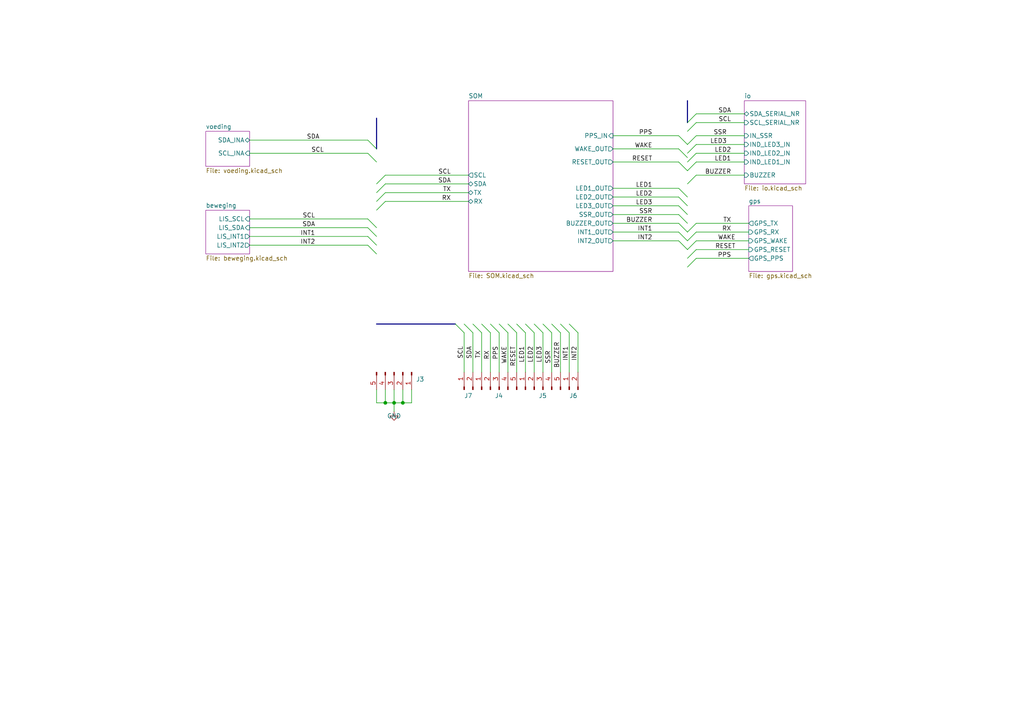
<source format=kicad_sch>
(kicad_sch (version 20210406) (generator eeschema)
  (paper "A4")
  (lib_symbols
    (symbol "Connector:Conn_01x02_Male" (pin_names (offset 1.016) hide)
      (property "Reference" "J" (at 0 2.54 0))
      (property "Value" "Conn_01x02_Male" (at 0 -5.08 0))
      (symbol "Conn_01x02_Male_1_1"
        (rectangle (start 0.8636 -2.413) (end 0 -2.667) (stroke (width 0.1524)) (fill (type outline)))
        (rectangle (start 0.8636 0.127) (end 0 -0.127) (stroke (width 0.1524)) (fill (type outline)))
        (polyline (pts (xy 1.27 -2.54) (xy 0.8636 -2.54)) (stroke (width 0.1524)))
        (polyline (pts (xy 1.27 0) (xy 0.8636 0)) (stroke (width 0.1524)))
        (pin passive line (at 5.08 0 180) (length 3.81) (name "Pin_1") (number "1"))
        (pin passive line (at 5.08 -2.54 180) (length 3.81) (name "Pin_2") (number "2"))
      )
    )
    (symbol "Connector:Conn_01x05_Male" (pin_names (offset 1.016) hide)
      (property "Reference" "J" (at 0 7.62 0))
      (property "Value" "Conn_01x05_Male" (at 0 -7.62 0))
      (symbol "Conn_01x05_Male_1_1"
        (rectangle (start 0.8636 -4.953) (end 0 -5.207) (stroke (width 0.1524)) (fill (type outline)))
        (rectangle (start 0.8636 -2.413) (end 0 -2.667) (stroke (width 0.1524)) (fill (type outline)))
        (rectangle (start 0.8636 0.127) (end 0 -0.127) (stroke (width 0.1524)) (fill (type outline)))
        (rectangle (start 0.8636 2.667) (end 0 2.413) (stroke (width 0.1524)) (fill (type outline)))
        (rectangle (start 0.8636 5.207) (end 0 4.953) (stroke (width 0.1524)) (fill (type outline)))
        (polyline (pts (xy 1.27 -5.08) (xy 0.8636 -5.08)) (stroke (width 0.1524)))
        (polyline (pts (xy 1.27 -2.54) (xy 0.8636 -2.54)) (stroke (width 0.1524)))
        (polyline (pts (xy 1.27 0) (xy 0.8636 0)) (stroke (width 0.1524)))
        (polyline (pts (xy 1.27 2.54) (xy 0.8636 2.54)) (stroke (width 0.1524)))
        (polyline (pts (xy 1.27 5.08) (xy 0.8636 5.08)) (stroke (width 0.1524)))
        (pin passive line (at 5.08 5.08 180) (length 3.81) (name "Pin_1") (number "1"))
        (pin passive line (at 5.08 2.54 180) (length 3.81) (name "Pin_2") (number "2"))
        (pin passive line (at 5.08 0 180) (length 3.81) (name "Pin_3") (number "3"))
        (pin passive line (at 5.08 -2.54 180) (length 3.81) (name "Pin_4") (number "4"))
        (pin passive line (at 5.08 -5.08 180) (length 3.81) (name "Pin_5") (number "5"))
      )
    )
    (symbol "power:GND" (power) (pin_names (offset 0))
      (property "Value" "GND" (at 0 -3.81 0))
      (symbol "GND_0_1"
        (polyline (pts (xy 0 0) (xy 0 -1.27) (xy 1.27 -1.27) (xy 0 -2.54) (xy -1.27 -1.27) (xy 0 -1.27)))
      )
      (symbol "GND_1_1"
        (pin power_in line (at 0 0 270) (length 0) hide (name "GND") (number "1"))
      )
    )
  )
  (junction (at 111.76 116.84) (diameter 0.9144))
  (junction (at 114.3 116.84) (diameter 0.9144))
  (junction (at 116.84 116.84) (diameter 0.9144))
  (bus_entry (at 106.68 40.64) (size 2.54 2.54) (stroke (width 0.1524)))
  (bus_entry (at 106.68 44.45) (size 2.54 2.54) (stroke (width 0.1524)))
  (bus_entry (at 106.68 63.5) (size 2.54 2.54) (stroke (width 0.1524)))
  (bus_entry (at 106.68 66.04) (size 2.54 2.54) (stroke (width 0.1524)))
  (bus_entry (at 106.68 68.58) (size 2.54 2.54) (stroke (width 0.1524)))
  (bus_entry (at 106.68 71.12) (size 2.54 2.54) (stroke (width 0.1524)))
  (bus_entry (at 109.22 53.34) (size 2.54 -2.54) (stroke (width 0.1524)))
  (bus_entry (at 109.22 55.88) (size 2.54 -2.54) (stroke (width 0.1524)))
  (bus_entry (at 109.22 58.42) (size 2.54 -2.54) (stroke (width 0.1524)))
  (bus_entry (at 109.22 60.96) (size 2.54 -2.54) (stroke (width 0.1524)))
  (bus_entry (at 132.08 93.98) (size 2.54 2.54) (stroke (width 0.1524)))
  (bus_entry (at 134.62 93.98) (size 2.54 2.54) (stroke (width 0.1524)))
  (bus_entry (at 137.16 93.98) (size 2.54 2.54) (stroke (width 0.1524)))
  (bus_entry (at 139.7 93.98) (size 2.54 2.54) (stroke (width 0.1524)))
  (bus_entry (at 142.24 93.98) (size 2.54 2.54) (stroke (width 0.1524)))
  (bus_entry (at 144.78 93.98) (size 2.54 2.54) (stroke (width 0.1524)))
  (bus_entry (at 147.32 93.98) (size 2.54 2.54) (stroke (width 0.1524)))
  (bus_entry (at 149.86 93.98) (size 2.54 2.54) (stroke (width 0.1524)))
  (bus_entry (at 152.4 93.98) (size 2.54 2.54) (stroke (width 0.1524)))
  (bus_entry (at 154.94 93.98) (size 2.54 2.54) (stroke (width 0.1524)))
  (bus_entry (at 157.48 93.98) (size 2.54 2.54) (stroke (width 0.1524)))
  (bus_entry (at 160.02 93.98) (size 2.54 2.54) (stroke (width 0.1524)))
  (bus_entry (at 162.56 93.98) (size 2.54 2.54) (stroke (width 0.1524)))
  (bus_entry (at 165.1 93.98) (size 2.54 2.54) (stroke (width 0.1524)))
  (bus_entry (at 196.85 39.37) (size 2.54 2.54) (stroke (width 0.1524)))
  (bus_entry (at 196.85 43.18) (size 2.54 2.54) (stroke (width 0.1524)))
  (bus_entry (at 196.85 46.99) (size 2.54 2.54) (stroke (width 0.1524)))
  (bus_entry (at 196.85 54.61) (size 2.54 2.54) (stroke (width 0.1524)))
  (bus_entry (at 196.85 57.15) (size 2.54 2.54) (stroke (width 0.1524)))
  (bus_entry (at 196.85 59.69) (size 2.54 2.54) (stroke (width 0.1524)))
  (bus_entry (at 196.85 62.23) (size 2.54 2.54) (stroke (width 0.1524)))
  (bus_entry (at 196.85 64.77) (size 2.54 2.54) (stroke (width 0.1524)))
  (bus_entry (at 196.85 67.31) (size 2.54 2.54) (stroke (width 0.1524)))
  (bus_entry (at 196.85 69.85) (size 2.54 2.54) (stroke (width 0.1524)))
  (bus_entry (at 199.39 35.56) (size 2.54 -2.54) (stroke (width 0.1524)))
  (bus_entry (at 199.39 38.1) (size 2.54 -2.54) (stroke (width 0.1524)))
  (bus_entry (at 199.39 41.91) (size 2.54 -2.54) (stroke (width 0.1524)))
  (bus_entry (at 199.39 44.45) (size 2.54 -2.54) (stroke (width 0.1524)))
  (bus_entry (at 199.39 46.99) (size 2.54 -2.54) (stroke (width 0.1524)))
  (bus_entry (at 199.39 49.53) (size 2.54 -2.54) (stroke (width 0.1524)))
  (bus_entry (at 199.39 53.34) (size 2.54 -2.54) (stroke (width 0.1524)))
  (bus_entry (at 199.39 67.31) (size 2.54 -2.54) (stroke (width 0.1524)))
  (bus_entry (at 199.39 69.85) (size 2.54 -2.54) (stroke (width 0.1524)))
  (bus_entry (at 199.39 72.39) (size 2.54 -2.54) (stroke (width 0.1524)))
  (bus_entry (at 199.39 74.93) (size 2.54 -2.54) (stroke (width 0.1524)))
  (bus_entry (at 199.39 77.47) (size 2.54 -2.54) (stroke (width 0.1524)))
  (wire (pts (xy 72.39 40.64) (xy 106.68 40.64)))
  (wire (pts (xy 72.39 44.45) (xy 106.68 44.45)))
  (wire (pts (xy 72.39 63.5) (xy 106.68 63.5)))
  (wire (pts (xy 72.39 66.04) (xy 106.68 66.04)))
  (wire (pts (xy 72.39 68.58) (xy 106.68 68.58)))
  (wire (pts (xy 72.39 71.12) (xy 106.68 71.12)))
  (wire (pts (xy 109.22 113.03) (xy 109.22 116.84)))
  (wire (pts (xy 109.22 116.84) (xy 111.76 116.84)))
  (wire (pts (xy 111.76 50.8) (xy 135.89 50.8)))
  (wire (pts (xy 111.76 53.34) (xy 135.89 53.34)))
  (wire (pts (xy 111.76 55.88) (xy 135.89 55.88)))
  (wire (pts (xy 111.76 58.42) (xy 135.89 58.42)))
  (wire (pts (xy 111.76 113.03) (xy 111.76 116.84)))
  (wire (pts (xy 111.76 116.84) (xy 114.3 116.84)))
  (wire (pts (xy 114.3 113.03) (xy 114.3 116.84)))
  (wire (pts (xy 114.3 116.84) (xy 114.3 119.38)))
  (wire (pts (xy 114.3 116.84) (xy 116.84 116.84)))
  (wire (pts (xy 116.84 113.03) (xy 116.84 116.84)))
  (wire (pts (xy 116.84 116.84) (xy 119.38 116.84)))
  (wire (pts (xy 119.38 116.84) (xy 119.38 113.03)))
  (wire (pts (xy 134.62 96.52) (xy 134.62 107.95)))
  (wire (pts (xy 137.16 96.52) (xy 137.16 107.95)))
  (wire (pts (xy 139.7 96.52) (xy 139.7 107.95)))
  (wire (pts (xy 142.24 96.52) (xy 142.24 107.95)))
  (wire (pts (xy 144.78 96.52) (xy 144.78 107.95)))
  (wire (pts (xy 147.32 96.52) (xy 147.32 107.95)))
  (wire (pts (xy 149.86 96.52) (xy 149.86 107.95)))
  (wire (pts (xy 152.4 96.52) (xy 152.4 107.95)))
  (wire (pts (xy 154.94 96.52) (xy 154.94 107.95)))
  (wire (pts (xy 157.48 96.52) (xy 157.48 107.95)))
  (wire (pts (xy 160.02 96.52) (xy 160.02 107.95)))
  (wire (pts (xy 162.56 96.52) (xy 162.56 107.95)))
  (wire (pts (xy 165.1 96.52) (xy 165.1 107.95)))
  (wire (pts (xy 167.64 96.52) (xy 167.64 107.95)))
  (wire (pts (xy 177.8 39.37) (xy 196.85 39.37)))
  (wire (pts (xy 177.8 43.18) (xy 196.85 43.18)))
  (wire (pts (xy 177.8 46.99) (xy 196.85 46.99)))
  (wire (pts (xy 177.8 54.61) (xy 196.85 54.61)))
  (wire (pts (xy 177.8 57.15) (xy 196.85 57.15)))
  (wire (pts (xy 177.8 59.69) (xy 196.85 59.69)))
  (wire (pts (xy 177.8 62.23) (xy 196.85 62.23)))
  (wire (pts (xy 177.8 64.77) (xy 196.85 64.77)))
  (wire (pts (xy 177.8 67.31) (xy 196.85 67.31)))
  (wire (pts (xy 177.8 69.85) (xy 196.85 69.85)))
  (wire (pts (xy 201.93 33.02) (xy 215.9 33.02)))
  (wire (pts (xy 201.93 35.56) (xy 215.9 35.56)))
  (wire (pts (xy 201.93 39.37) (xy 215.9 39.37)))
  (wire (pts (xy 201.93 41.91) (xy 215.9 41.91)))
  (wire (pts (xy 201.93 44.45) (xy 215.9 44.45)))
  (wire (pts (xy 201.93 46.99) (xy 215.9 46.99)))
  (wire (pts (xy 201.93 50.8) (xy 215.9 50.8)))
  (wire (pts (xy 201.93 64.77) (xy 217.17 64.77)))
  (wire (pts (xy 201.93 67.31) (xy 217.17 67.31)))
  (wire (pts (xy 201.93 69.85) (xy 217.17 69.85)))
  (wire (pts (xy 201.93 72.39) (xy 217.17 72.39)))
  (wire (pts (xy 201.93 74.93) (xy 217.17 74.93)))
  (bus (pts (xy 109.22 34.29) (xy 109.22 93.98)))
  (bus (pts (xy 109.22 93.98) (xy 199.39 93.98)))
  (bus (pts (xy 199.39 29.21) (xy 199.39 93.98)))
  (label "SCL" (at 91.44 63.5 180))
  (label "SDA" (at 91.44 66.04 180))
  (label "INT1" (at 91.44 68.58 180))
  (label "INT2" (at 91.44 71.12 180))
  (label "SDA" (at 92.71 40.64 180))
  (label "SCL" (at 93.98 44.45 180))
  (label "SCL" (at 130.81 50.8 180))
  (label "SDA" (at 130.81 53.34 180))
  (label "TX" (at 130.81 55.88 180))
  (label "RX" (at 130.81 58.42 180))
  (label "SCL" (at 134.62 100.33 270))
  (label "SDA" (at 137.16 100.33 270))
  (label "TX" (at 139.7 101.6 270))
  (label "RX" (at 142.24 101.6 270))
  (label "PPS" (at 144.78 100.33 270))
  (label "WAKE" (at 147.32 100.33 270))
  (label "RESET" (at 149.86 100.33 270))
  (label "LED1" (at 152.4 100.33 270))
  (label "LED2" (at 154.94 100.33 270))
  (label "LED3" (at 157.48 100.33 270))
  (label "SSR" (at 160.02 101.6 270))
  (label "BUZZER" (at 162.56 99.06 270))
  (label "INT1" (at 165.1 100.33 270))
  (label "INT2" (at 167.64 100.33 270))
  (label "PPS" (at 189.23 39.37 180))
  (label "WAKE" (at 189.23 43.18 180))
  (label "RESET" (at 189.23 46.99 180))
  (label "LED1" (at 189.23 54.61 180))
  (label "LED2" (at 189.23 57.15 180))
  (label "LED3" (at 189.23 59.69 180))
  (label "SSR" (at 189.23 62.23 180))
  (label "BUZZER" (at 189.23 64.77 180))
  (label "INT1" (at 189.23 67.31 180))
  (label "INT2" (at 189.23 69.85 180))
  (label "SSR" (at 210.82 39.37 180))
  (label "LED3" (at 210.82 41.91 180))
  (label "SDA" (at 212.09 33.02 180))
  (label "SCL" (at 212.09 35.56 180))
  (label "LED2" (at 212.09 44.45 180))
  (label "LED1" (at 212.09 46.99 180))
  (label "BUZZER" (at 212.09 50.8 180))
  (label "TX" (at 212.09 64.77 180))
  (label "RX" (at 212.09 67.31 180))
  (label "PPS" (at 212.09 74.93 180))
  (label "WAKE" (at 213.36 69.85 180))
  (label "RESET" (at 213.36 72.39 180))
  (symbol (lib_id "power:GND") (at 114.3 119.38 0) (unit 1)
    (property "Reference" "#PWR0114" (effects hide))
    (property "Value" "GND" (at 114.3 120.65 0))
  )
  (symbol (lib_id "Connector:Conn_01x02_Male") (at 134.62 113.03 90) (unit 1)
    (property "Reference" "J7" (at 134.62 114.7825 90) (effects (justify right)))
    (property "Value" "Conn_01x02_Male" (effects hide))
    (property "Footprint" "connectors_user:2 pin header" (effects hide))
  )
  (symbol (lib_id "Connector:Conn_01x02_Male") (at 165.1 113.03 90) (unit 1)
    (property "Reference" "J6" (at 165.1 114.7825 90) (effects (justify right)))
    (property "Value" "Conn_01x02_Male" (effects hide))
    (property "Footprint" "connectors_user:2 pin header" (effects hide))
  )
  (symbol (lib_id "Connector:Conn_01x05_Male") (at 114.3 107.95 270) (unit 1)
    (property "Reference" "J3" (at 120.65 110.0073 90) (effects (justify left)))
    (property "Value" "Conn_01x05_Male" (effects hide))
    (property "Footprint" "connectors_user:5pin header" (effects hide))
  )
  (symbol (lib_id "Connector:Conn_01x05_Male") (at 144.78 113.03 90) (unit 1)
    (property "Reference" "J4" (at 143.51 114.7825 90) (effects (justify right)))
    (property "Value" "Conn_01x05_Male" (effects hide))
    (property "Footprint" "connectors_user:5pin header" (effects hide))
  )
  (symbol (lib_id "Connector:Conn_01x05_Male") (at 157.48 113.03 90) (unit 1)
    (property "Reference" "J5" (at 156.21 114.7825 90) (effects (justify right)))
    (property "Value" "Conn_01x05_Male" (effects hide))
    (property "Footprint" "connectors_user:5pin header" (effects hide))
  )
  (sheet (at 135.89 29.21) (size 41.91 49.53) (stroke (width 0.0006) (color 132 0 132 1)) (fill (color 255 255 255 0.0000))
    (property "Sheet name" "SOM" (at 135.89 28.5743 0) (effects (justify left bottom)))
    (property "Sheet file" "SOM.kicad_sch" (at 135.89 79.2487 0) (effects (justify left top)))
    (pin "SCL" output (at 135.89 50.8 180))
    (pin "SDA" bidirectional (at 135.89 53.34 180))
    (pin "TX" bidirectional (at 135.89 55.88 180))
    (pin "RX" bidirectional (at 135.89 58.42 180))
    (pin "LED1_OUT" output (at 177.8 54.61 0))
    (pin "BUZZER_OUT" output (at 177.8 64.77 0))
    (pin "LED2_OUT" output (at 177.8 57.15 0))
    (pin "LED3_OUT" output (at 177.8 59.69 0))
    (pin "SSR_OUT" output (at 177.8 62.23 0))
    (pin "INT1_OUT" output (at 177.8 67.31 0))
    (pin "INT2_OUT" output (at 177.8 69.85 0))
    (pin "RESET_OUT" output (at 177.8 46.99 0))
    (pin "WAKE_OUT" output (at 177.8 43.18 0))
    (pin "PPS_IN" input (at 177.8 39.37 0))
  )
  (sheet (at 59.69 60.96) (size 12.7 12.7) (stroke (width 0.0006) (color 132 0 132 1)) (fill (color 255 255 255 0.0000))
    (property "Sheet name" "beweging" (at 59.69 60.3243 0) (effects (justify left bottom)))
    (property "Sheet file" "beweging.kicad_sch" (at 59.69 74.1687 0) (effects (justify left top)))
    (pin "LIS_SCL" input (at 72.39 63.5 0))
    (pin "LIS_INT1" output (at 72.39 68.58 0))
    (pin "LIS_SDA" input (at 72.39 66.04 0))
    (pin "LIS_INT2" output (at 72.39 71.12 0))
  )
  (sheet (at 217.17 59.69) (size 12.7 19.05) (stroke (width 0.0006) (color 132 0 132 1)) (fill (color 255 255 255 0.0000))
    (property "Sheet name" "gps" (at 217.17 59.0543 0) (effects (justify left bottom)))
    (property "Sheet file" "gps.kicad_sch" (at 217.17 79.2487 0) (effects (justify left top)))
    (pin "GPS_TX" output (at 217.17 64.77 180))
    (pin "GPS_RESET" input (at 217.17 72.39 180))
    (pin "GPS_PPS" output (at 217.17 74.93 180))
    (pin "GPS_RX" input (at 217.17 67.31 180))
    (pin "GPS_WAKE" input (at 217.17 69.85 180))
  )
  (sheet (at 215.9 29.21) (size 17.78 24.13) (stroke (width 0.0006) (color 132 0 132 1)) (fill (color 255 255 255 0.0000))
    (property "Sheet name" "io" (at 215.9 28.5743 0) (effects (justify left bottom)))
    (property "Sheet file" "io.kicad_sch" (at 215.9 53.8487 0) (effects (justify left top)))
    (pin "SDA_SERIAL_NR" bidirectional (at 215.9 33.02 180))
    (pin "SCL_SERIAL_NR" input (at 215.9 35.56 180))
    (pin "IN_SSR" input (at 215.9 39.37 180))
    (pin "IND_LED2_IN" input (at 215.9 44.45 180))
    (pin "IND_LED3_IN" input (at 215.9 41.91 180))
    (pin "IND_LED1_IN" input (at 215.9 46.99 180))
    (pin "BUZZER" input (at 215.9 50.8 180))
  )
  (sheet (at 59.69 38.1) (size 12.7 10.16) (stroke (width 0.0006) (color 132 0 132 1)) (fill (color 255 255 255 0.0000))
    (property "Sheet name" "voeding" (at 59.69 37.4643 0) (effects (justify left bottom)))
    (property "Sheet file" "voeding.kicad_sch" (at 59.69 48.7687 0) (effects (justify left top)))
    (pin "SDA_INA" bidirectional (at 72.39 40.64 0))
    (pin "SCL_INA" input (at 72.39 44.45 0))
  )
)
</source>
